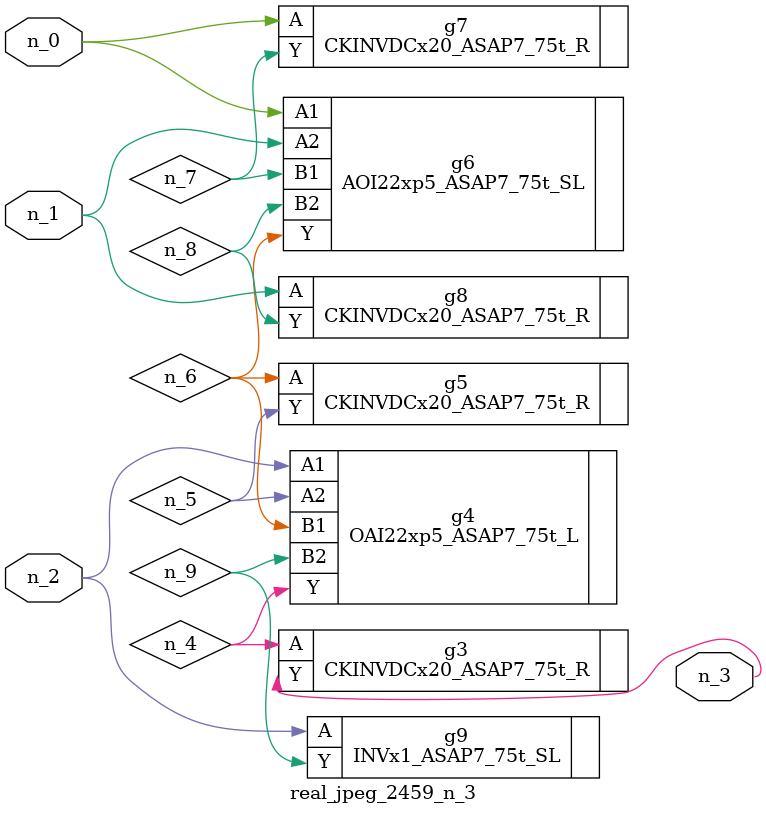
<source format=v>
module real_jpeg_2459_n_3 (n_1, n_0, n_2, n_3);

input n_1;
input n_0;
input n_2;

output n_3;

wire n_5;
wire n_8;
wire n_4;
wire n_6;
wire n_7;
wire n_9;

AOI22xp5_ASAP7_75t_SL g6 ( 
.A1(n_0),
.A2(n_1),
.B1(n_7),
.B2(n_8),
.Y(n_6)
);

CKINVDCx20_ASAP7_75t_R g7 ( 
.A(n_0),
.Y(n_7)
);

CKINVDCx20_ASAP7_75t_R g8 ( 
.A(n_1),
.Y(n_8)
);

OAI22xp5_ASAP7_75t_L g4 ( 
.A1(n_2),
.A2(n_5),
.B1(n_6),
.B2(n_9),
.Y(n_4)
);

INVx1_ASAP7_75t_SL g9 ( 
.A(n_2),
.Y(n_9)
);

CKINVDCx20_ASAP7_75t_R g3 ( 
.A(n_4),
.Y(n_3)
);

CKINVDCx20_ASAP7_75t_R g5 ( 
.A(n_6),
.Y(n_5)
);


endmodule
</source>
